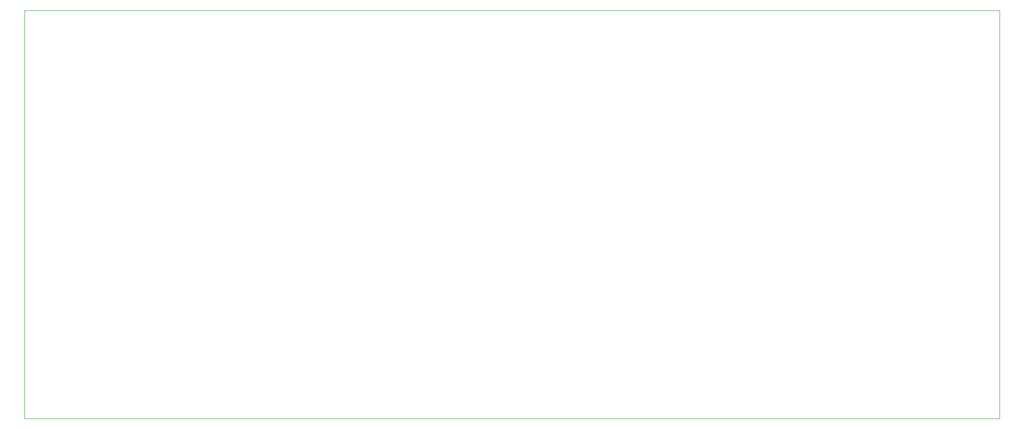
<source format=gbr>
%TF.GenerationSoftware,KiCad,Pcbnew,(5.1.8)-1*%
%TF.CreationDate,2020-12-28T18:18:32+00:00*%
%TF.ProjectId,sound-board,736f756e-642d-4626-9f61-72642e6b6963,rev?*%
%TF.SameCoordinates,Original*%
%TF.FileFunction,Profile,NP*%
%FSLAX46Y46*%
G04 Gerber Fmt 4.6, Leading zero omitted, Abs format (unit mm)*
G04 Created by KiCad (PCBNEW (5.1.8)-1) date 2020-12-28 18:18:32*
%MOMM*%
%LPD*%
G01*
G04 APERTURE LIST*
%TA.AperFunction,Profile*%
%ADD10C,0.050000*%
%TD*%
G04 APERTURE END LIST*
D10*
X-635000Y-57150000D02*
X-635000Y-136525000D01*
X188595000Y-57150000D02*
X-635000Y-57150000D01*
X188595000Y-136525000D02*
X188595000Y-57150000D01*
X-635000Y-136525000D02*
X188595000Y-136525000D01*
M02*

</source>
